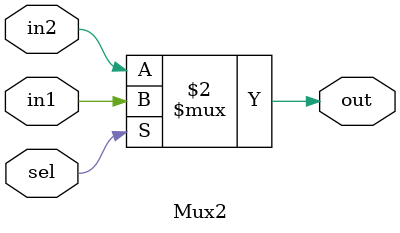
<source format=sv>
/* 2:1 Multiplexer.
 * 
 * Author: Igor Lesik 2014.
 *
 * <!--script type="WaveDrom">
 * { assign:[
 *   ["out",
 *     ["?", "sel", "in1", "in2"]
 *   ]
 * ]}
 * </script-->
 *
 * <pre>
 *           +-----+
 * in1 ------| 1   |
 *           | MUX |--- out   
 * in2 ------| 0   |
 *           +--+--+
 *         sel  |
 * </pre>
 */
module Mux2 #(
    parameter WIDTH = 1
)(
    input  wire [WIDTH-1:0]  in1,
    input  wire [WIDTH-1:0]  in2,
    input  wire              sel,
    output wire [WIDTH-1:0]  out
);

    assign out = (sel == 1) ? in1 : in2;

endmodule

</source>
